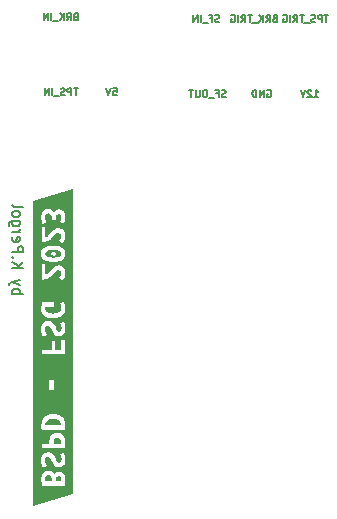
<source format=gbr>
%TF.GenerationSoftware,KiCad,Pcbnew,(6.0.8)*%
%TF.CreationDate,2023-06-01T04:31:02+02:00*%
%TF.ProjectId,BSPD-07,42535044-2d30-4372-9e6b-696361645f70,rev?*%
%TF.SameCoordinates,Original*%
%TF.FileFunction,Legend,Bot*%
%TF.FilePolarity,Positive*%
%FSLAX46Y46*%
G04 Gerber Fmt 4.6, Leading zero omitted, Abs format (unit mm)*
G04 Created by KiCad (PCBNEW (6.0.8)) date 2023-06-01 04:31:02*
%MOMM*%
%LPD*%
G01*
G04 APERTURE LIST*
%ADD10C,0.150000*%
G04 APERTURE END LIST*
D10*
X154757657Y-90025542D02*
X154671942Y-90054114D01*
X154643371Y-90082685D01*
X154614800Y-90139828D01*
X154614800Y-90225542D01*
X154643371Y-90282685D01*
X154671942Y-90311257D01*
X154729085Y-90339828D01*
X154957657Y-90339828D01*
X154957657Y-89739828D01*
X154757657Y-89739828D01*
X154700514Y-89768400D01*
X154671942Y-89796971D01*
X154643371Y-89854114D01*
X154643371Y-89911257D01*
X154671942Y-89968400D01*
X154700514Y-89996971D01*
X154757657Y-90025542D01*
X154957657Y-90025542D01*
X154014800Y-90339828D02*
X154214800Y-90054114D01*
X154357657Y-90339828D02*
X154357657Y-89739828D01*
X154129085Y-89739828D01*
X154071942Y-89768400D01*
X154043371Y-89796971D01*
X154014800Y-89854114D01*
X154014800Y-89939828D01*
X154043371Y-89996971D01*
X154071942Y-90025542D01*
X154129085Y-90054114D01*
X154357657Y-90054114D01*
X153757657Y-90339828D02*
X153757657Y-89739828D01*
X153414800Y-90339828D02*
X153671942Y-89996971D01*
X153414800Y-89739828D02*
X153757657Y-90082685D01*
X153300514Y-90396971D02*
X152843371Y-90396971D01*
X152700514Y-90339828D02*
X152700514Y-89739828D01*
X152414800Y-90339828D02*
X152414800Y-89739828D01*
X152071942Y-90339828D01*
X152071942Y-89739828D01*
X171654942Y-90152542D02*
X171569228Y-90181114D01*
X171540657Y-90209685D01*
X171512085Y-90266828D01*
X171512085Y-90352542D01*
X171540657Y-90409685D01*
X171569228Y-90438257D01*
X171626371Y-90466828D01*
X171854942Y-90466828D01*
X171854942Y-89866828D01*
X171654942Y-89866828D01*
X171597800Y-89895400D01*
X171569228Y-89923971D01*
X171540657Y-89981114D01*
X171540657Y-90038257D01*
X171569228Y-90095400D01*
X171597800Y-90123971D01*
X171654942Y-90152542D01*
X171854942Y-90152542D01*
X170912085Y-90466828D02*
X171112085Y-90181114D01*
X171254942Y-90466828D02*
X171254942Y-89866828D01*
X171026371Y-89866828D01*
X170969228Y-89895400D01*
X170940657Y-89923971D01*
X170912085Y-89981114D01*
X170912085Y-90066828D01*
X170940657Y-90123971D01*
X170969228Y-90152542D01*
X171026371Y-90181114D01*
X171254942Y-90181114D01*
X170654942Y-90466828D02*
X170654942Y-89866828D01*
X170312085Y-90466828D02*
X170569228Y-90123971D01*
X170312085Y-89866828D02*
X170654942Y-90209685D01*
X170197800Y-90523971D02*
X169740657Y-90523971D01*
X169683514Y-89866828D02*
X169340657Y-89866828D01*
X169512085Y-90466828D02*
X169512085Y-89866828D01*
X168797800Y-90466828D02*
X168997800Y-90181114D01*
X169140657Y-90466828D02*
X169140657Y-89866828D01*
X168912085Y-89866828D01*
X168854942Y-89895400D01*
X168826371Y-89923971D01*
X168797800Y-89981114D01*
X168797800Y-90066828D01*
X168826371Y-90123971D01*
X168854942Y-90152542D01*
X168912085Y-90181114D01*
X169140657Y-90181114D01*
X168540657Y-90466828D02*
X168540657Y-89866828D01*
X167940657Y-89895400D02*
X167997800Y-89866828D01*
X168083514Y-89866828D01*
X168169228Y-89895400D01*
X168226371Y-89952542D01*
X168254942Y-90009685D01*
X168283514Y-90123971D01*
X168283514Y-90209685D01*
X168254942Y-90323971D01*
X168226371Y-90381114D01*
X168169228Y-90438257D01*
X168083514Y-90466828D01*
X168026371Y-90466828D01*
X167940657Y-90438257D01*
X167912085Y-90409685D01*
X167912085Y-90209685D01*
X168026371Y-90209685D01*
X149424657Y-113460542D02*
X150324657Y-113460542D01*
X149981800Y-113460542D02*
X150024657Y-113374828D01*
X150024657Y-113203400D01*
X149981800Y-113117685D01*
X149938942Y-113074828D01*
X149853228Y-113031971D01*
X149596085Y-113031971D01*
X149510371Y-113074828D01*
X149467514Y-113117685D01*
X149424657Y-113203400D01*
X149424657Y-113374828D01*
X149467514Y-113460542D01*
X150024657Y-112731971D02*
X149424657Y-112517685D01*
X150024657Y-112303400D02*
X149424657Y-112517685D01*
X149210371Y-112603400D01*
X149167514Y-112646257D01*
X149124657Y-112731971D01*
X149424657Y-111274828D02*
X150324657Y-111274828D01*
X149424657Y-110760542D02*
X149938942Y-111146257D01*
X150324657Y-110760542D02*
X149810371Y-111274828D01*
X149510371Y-110374828D02*
X149467514Y-110331971D01*
X149424657Y-110374828D01*
X149467514Y-110417685D01*
X149510371Y-110374828D01*
X149424657Y-110374828D01*
X149424657Y-109946257D02*
X150324657Y-109946257D01*
X150324657Y-109603400D01*
X150281800Y-109517685D01*
X150238942Y-109474828D01*
X150153228Y-109431971D01*
X150024657Y-109431971D01*
X149938942Y-109474828D01*
X149896085Y-109517685D01*
X149853228Y-109603400D01*
X149853228Y-109946257D01*
X149467514Y-108703400D02*
X149424657Y-108789114D01*
X149424657Y-108960542D01*
X149467514Y-109046257D01*
X149553228Y-109089114D01*
X149896085Y-109089114D01*
X149981800Y-109046257D01*
X150024657Y-108960542D01*
X150024657Y-108789114D01*
X149981800Y-108703400D01*
X149896085Y-108660542D01*
X149810371Y-108660542D01*
X149724657Y-109089114D01*
X149424657Y-108274828D02*
X150024657Y-108274828D01*
X149853228Y-108274828D02*
X149938942Y-108231971D01*
X149981800Y-108189114D01*
X150024657Y-108103400D01*
X150024657Y-108017685D01*
X150024657Y-107331971D02*
X149296085Y-107331971D01*
X149210371Y-107374828D01*
X149167514Y-107417685D01*
X149124657Y-107503400D01*
X149124657Y-107631971D01*
X149167514Y-107717685D01*
X149467514Y-107331971D02*
X149424657Y-107417685D01*
X149424657Y-107589114D01*
X149467514Y-107674828D01*
X149510371Y-107717685D01*
X149596085Y-107760542D01*
X149853228Y-107760542D01*
X149938942Y-107717685D01*
X149981800Y-107674828D01*
X150024657Y-107589114D01*
X150024657Y-107417685D01*
X149981800Y-107331971D01*
X149424657Y-106774828D02*
X149467514Y-106860542D01*
X149510371Y-106903400D01*
X149596085Y-106946257D01*
X149853228Y-106946257D01*
X149938942Y-106903400D01*
X149981800Y-106860542D01*
X150024657Y-106774828D01*
X150024657Y-106646257D01*
X149981800Y-106560542D01*
X149938942Y-106517685D01*
X149853228Y-106474828D01*
X149596085Y-106474828D01*
X149510371Y-106517685D01*
X149467514Y-106560542D01*
X149424657Y-106646257D01*
X149424657Y-106774828D01*
X149424657Y-105960542D02*
X149467514Y-106046257D01*
X149553228Y-106089114D01*
X150324657Y-106089114D01*
X174968228Y-96816828D02*
X175311085Y-96816828D01*
X175139657Y-96816828D02*
X175139657Y-96216828D01*
X175196800Y-96302542D01*
X175253942Y-96359685D01*
X175311085Y-96388257D01*
X174739657Y-96273971D02*
X174711085Y-96245400D01*
X174653942Y-96216828D01*
X174511085Y-96216828D01*
X174453942Y-96245400D01*
X174425371Y-96273971D01*
X174396800Y-96331114D01*
X174396800Y-96388257D01*
X174425371Y-96473971D01*
X174768228Y-96816828D01*
X174396800Y-96816828D01*
X174225371Y-96216828D02*
X174025371Y-96816828D01*
X173825371Y-96216828D01*
X154957657Y-96089828D02*
X154614800Y-96089828D01*
X154786228Y-96689828D02*
X154786228Y-96089828D01*
X154414800Y-96689828D02*
X154414800Y-96089828D01*
X154186228Y-96089828D01*
X154129085Y-96118400D01*
X154100514Y-96146971D01*
X154071942Y-96204114D01*
X154071942Y-96289828D01*
X154100514Y-96346971D01*
X154129085Y-96375542D01*
X154186228Y-96404114D01*
X154414800Y-96404114D01*
X153843371Y-96661257D02*
X153757657Y-96689828D01*
X153614800Y-96689828D01*
X153557657Y-96661257D01*
X153529085Y-96632685D01*
X153500514Y-96575542D01*
X153500514Y-96518400D01*
X153529085Y-96461257D01*
X153557657Y-96432685D01*
X153614800Y-96404114D01*
X153729085Y-96375542D01*
X153786228Y-96346971D01*
X153814800Y-96318400D01*
X153843371Y-96261257D01*
X153843371Y-96204114D01*
X153814800Y-96146971D01*
X153786228Y-96118400D01*
X153729085Y-96089828D01*
X153586228Y-96089828D01*
X153500514Y-96118400D01*
X153386228Y-96746971D02*
X152929085Y-96746971D01*
X152786228Y-96689828D02*
X152786228Y-96089828D01*
X152500514Y-96689828D02*
X152500514Y-96089828D01*
X152157657Y-96689828D01*
X152157657Y-96089828D01*
X167475085Y-96788257D02*
X167389371Y-96816828D01*
X167246514Y-96816828D01*
X167189371Y-96788257D01*
X167160800Y-96759685D01*
X167132228Y-96702542D01*
X167132228Y-96645400D01*
X167160800Y-96588257D01*
X167189371Y-96559685D01*
X167246514Y-96531114D01*
X167360800Y-96502542D01*
X167417942Y-96473971D01*
X167446514Y-96445400D01*
X167475085Y-96388257D01*
X167475085Y-96331114D01*
X167446514Y-96273971D01*
X167417942Y-96245400D01*
X167360800Y-96216828D01*
X167217942Y-96216828D01*
X167132228Y-96245400D01*
X166675085Y-96502542D02*
X166875085Y-96502542D01*
X166875085Y-96816828D02*
X166875085Y-96216828D01*
X166589371Y-96216828D01*
X166503657Y-96873971D02*
X166046514Y-96873971D01*
X165789371Y-96216828D02*
X165675085Y-96216828D01*
X165617942Y-96245400D01*
X165560800Y-96302542D01*
X165532228Y-96416828D01*
X165532228Y-96616828D01*
X165560800Y-96731114D01*
X165617942Y-96788257D01*
X165675085Y-96816828D01*
X165789371Y-96816828D01*
X165846514Y-96788257D01*
X165903657Y-96731114D01*
X165932228Y-96616828D01*
X165932228Y-96416828D01*
X165903657Y-96302542D01*
X165846514Y-96245400D01*
X165789371Y-96216828D01*
X165275085Y-96216828D02*
X165275085Y-96702542D01*
X165246514Y-96759685D01*
X165217942Y-96788257D01*
X165160800Y-96816828D01*
X165046514Y-96816828D01*
X164989371Y-96788257D01*
X164960800Y-96759685D01*
X164932228Y-96702542D01*
X164932228Y-96216828D01*
X164732228Y-96216828D02*
X164389371Y-96216828D01*
X164560800Y-96816828D02*
X164560800Y-96216828D01*
X166948085Y-90438257D02*
X166862371Y-90466828D01*
X166719514Y-90466828D01*
X166662371Y-90438257D01*
X166633800Y-90409685D01*
X166605228Y-90352542D01*
X166605228Y-90295400D01*
X166633800Y-90238257D01*
X166662371Y-90209685D01*
X166719514Y-90181114D01*
X166833800Y-90152542D01*
X166890942Y-90123971D01*
X166919514Y-90095400D01*
X166948085Y-90038257D01*
X166948085Y-89981114D01*
X166919514Y-89923971D01*
X166890942Y-89895400D01*
X166833800Y-89866828D01*
X166690942Y-89866828D01*
X166605228Y-89895400D01*
X166148085Y-90152542D02*
X166348085Y-90152542D01*
X166348085Y-90466828D02*
X166348085Y-89866828D01*
X166062371Y-89866828D01*
X165976657Y-90523971D02*
X165519514Y-90523971D01*
X165376657Y-90466828D02*
X165376657Y-89866828D01*
X165090942Y-90466828D02*
X165090942Y-89866828D01*
X164748085Y-90466828D01*
X164748085Y-89866828D01*
X176172942Y-89866828D02*
X175830085Y-89866828D01*
X176001514Y-90466828D02*
X176001514Y-89866828D01*
X175630085Y-90466828D02*
X175630085Y-89866828D01*
X175401514Y-89866828D01*
X175344371Y-89895400D01*
X175315800Y-89923971D01*
X175287228Y-89981114D01*
X175287228Y-90066828D01*
X175315800Y-90123971D01*
X175344371Y-90152542D01*
X175401514Y-90181114D01*
X175630085Y-90181114D01*
X175058657Y-90438257D02*
X174972942Y-90466828D01*
X174830085Y-90466828D01*
X174772942Y-90438257D01*
X174744371Y-90409685D01*
X174715800Y-90352542D01*
X174715800Y-90295400D01*
X174744371Y-90238257D01*
X174772942Y-90209685D01*
X174830085Y-90181114D01*
X174944371Y-90152542D01*
X175001514Y-90123971D01*
X175030085Y-90095400D01*
X175058657Y-90038257D01*
X175058657Y-89981114D01*
X175030085Y-89923971D01*
X175001514Y-89895400D01*
X174944371Y-89866828D01*
X174801514Y-89866828D01*
X174715800Y-89895400D01*
X174601514Y-90523971D02*
X174144371Y-90523971D01*
X174087228Y-89866828D02*
X173744371Y-89866828D01*
X173915800Y-90466828D02*
X173915800Y-89866828D01*
X173201514Y-90466828D02*
X173401514Y-90181114D01*
X173544371Y-90466828D02*
X173544371Y-89866828D01*
X173315800Y-89866828D01*
X173258657Y-89895400D01*
X173230085Y-89923971D01*
X173201514Y-89981114D01*
X173201514Y-90066828D01*
X173230085Y-90123971D01*
X173258657Y-90152542D01*
X173315800Y-90181114D01*
X173544371Y-90181114D01*
X172944371Y-90466828D02*
X172944371Y-89866828D01*
X172344371Y-89895400D02*
X172401514Y-89866828D01*
X172487228Y-89866828D01*
X172572942Y-89895400D01*
X172630085Y-89952542D01*
X172658657Y-90009685D01*
X172687228Y-90123971D01*
X172687228Y-90209685D01*
X172658657Y-90323971D01*
X172630085Y-90381114D01*
X172572942Y-90438257D01*
X172487228Y-90466828D01*
X172430085Y-90466828D01*
X172344371Y-90438257D01*
X172315800Y-90409685D01*
X172315800Y-90209685D01*
X172430085Y-90209685D01*
X157947085Y-96089828D02*
X158232800Y-96089828D01*
X158261371Y-96375542D01*
X158232800Y-96346971D01*
X158175657Y-96318400D01*
X158032800Y-96318400D01*
X157975657Y-96346971D01*
X157947085Y-96375542D01*
X157918514Y-96432685D01*
X157918514Y-96575542D01*
X157947085Y-96632685D01*
X157975657Y-96661257D01*
X158032800Y-96689828D01*
X158175657Y-96689828D01*
X158232800Y-96661257D01*
X158261371Y-96632685D01*
X157747085Y-96089828D02*
X157547085Y-96689828D01*
X157347085Y-96089828D01*
X170989942Y-96245400D02*
X171047085Y-96216828D01*
X171132800Y-96216828D01*
X171218514Y-96245400D01*
X171275657Y-96302542D01*
X171304228Y-96359685D01*
X171332800Y-96473971D01*
X171332800Y-96559685D01*
X171304228Y-96673971D01*
X171275657Y-96731114D01*
X171218514Y-96788257D01*
X171132800Y-96816828D01*
X171075657Y-96816828D01*
X170989942Y-96788257D01*
X170961371Y-96759685D01*
X170961371Y-96559685D01*
X171075657Y-96559685D01*
X170704228Y-96816828D02*
X170704228Y-96216828D01*
X170361371Y-96816828D01*
X170361371Y-96216828D01*
X170075657Y-96816828D02*
X170075657Y-96216828D01*
X169932800Y-96216828D01*
X169847085Y-96245400D01*
X169789942Y-96302542D01*
X169761371Y-96359685D01*
X169732800Y-96473971D01*
X169732800Y-96559685D01*
X169761371Y-96673971D01*
X169789942Y-96731114D01*
X169847085Y-96788257D01*
X169932800Y-96816828D01*
X170075657Y-96816828D01*
%TO.C,kibuzzard-6475F124*%
G36*
X153375497Y-125672453D02*
G01*
X153471938Y-125742700D01*
X153525516Y-125851841D01*
X153543375Y-125991938D01*
X153541788Y-126088775D01*
X153533850Y-126185613D01*
X152898850Y-126185613D01*
X152898850Y-126026863D01*
X152917503Y-125862556D01*
X152973463Y-125744288D01*
X153074666Y-125672850D01*
X153229050Y-125649038D01*
X153375497Y-125672453D01*
G37*
G36*
X152694063Y-128908175D02*
G01*
X152755975Y-129151063D01*
X152755975Y-129360613D01*
X152222575Y-129360613D01*
X152213050Y-129270125D01*
X152209875Y-129173288D01*
X152220988Y-129043113D01*
X152262262Y-128930400D01*
X152347988Y-128849438D01*
X152489275Y-128817688D01*
X152694063Y-128908175D01*
G37*
G36*
X153437013Y-128928813D02*
G01*
X153503688Y-128989138D01*
X153535438Y-129078038D01*
X153543375Y-129182813D01*
X153540200Y-129274888D01*
X153530675Y-129360613D01*
X153079825Y-129360613D01*
X153079825Y-129208213D01*
X153144913Y-128982788D01*
X153324300Y-128906587D01*
X153437013Y-128928813D01*
G37*
G36*
X153127450Y-124074238D02*
G01*
X153340175Y-124140913D01*
X153487813Y-124271088D01*
X153543375Y-124483813D01*
X153541788Y-124540963D01*
X153533850Y-124598113D01*
X152213050Y-124598113D01*
X152209875Y-124563188D01*
X152209875Y-124528263D01*
X152260675Y-124304425D01*
X152400375Y-124158375D01*
X152611513Y-124079000D01*
X152739703Y-124061141D01*
X152879800Y-124055188D01*
X153127450Y-124074238D01*
G37*
G36*
X154566783Y-104592014D02*
G01*
X154566783Y-130412596D01*
X151192817Y-131424786D01*
X151192817Y-129205038D01*
X151870150Y-129205038D01*
X151873722Y-129337594D01*
X151884438Y-129474913D01*
X151902297Y-129613819D01*
X151927300Y-129751138D01*
X153835475Y-129751138D01*
X153868813Y-129506663D01*
X153883100Y-129243138D01*
X153871591Y-129041525D01*
X153837063Y-128881188D01*
X153716413Y-128662113D01*
X153549725Y-128554163D01*
X153365575Y-128525588D01*
X153233813Y-128542653D01*
X153117925Y-128593850D01*
X152946475Y-128776413D01*
X152860750Y-128608534D01*
X152749625Y-128504950D01*
X152622625Y-128451372D01*
X152489275Y-128433513D01*
X152326159Y-128448594D01*
X152192413Y-128493838D01*
X152001913Y-128657350D01*
X151940794Y-128770063D01*
X151900313Y-128901825D01*
X151877691Y-129048272D01*
X151870150Y-129205038D01*
X151192817Y-129205038D01*
X151192817Y-127598488D01*
X151854275Y-127598488D01*
X151867372Y-127818356D01*
X151906663Y-127989013D01*
X152003500Y-128208088D01*
X152321000Y-128093788D01*
X152225750Y-127889000D01*
X152192413Y-127756841D01*
X152181300Y-127598488D01*
X152201938Y-127434975D01*
X152259088Y-127331788D01*
X152341638Y-127279400D01*
X152435300Y-127265113D01*
X152543250Y-127300038D01*
X152627388Y-127388938D01*
X152694063Y-127509587D01*
X152749625Y-127642938D01*
X152822650Y-127827088D01*
X152927425Y-128000125D01*
X153084588Y-128128713D01*
X153317950Y-128179513D01*
X153564013Y-128134666D01*
X153749750Y-128000125D01*
X153836181Y-127865540D01*
X153888039Y-127700969D01*
X153905325Y-127506413D01*
X153895006Y-127336947D01*
X153864050Y-127190500D01*
X153771975Y-126963488D01*
X153470350Y-127077788D01*
X153546550Y-127254000D01*
X153578300Y-127477838D01*
X153553253Y-127650699D01*
X153478111Y-127754415D01*
X153352875Y-127788988D01*
X153252863Y-127757238D01*
X153176663Y-127676275D01*
X153117925Y-127565150D01*
X153070300Y-127442913D01*
X152992513Y-127250825D01*
X152878213Y-127066675D01*
X152700413Y-126928563D01*
X152580159Y-126888081D01*
X152432125Y-126874588D01*
X152187253Y-126919434D01*
X152005088Y-127053975D01*
X151921303Y-127194204D01*
X151871032Y-127375708D01*
X151854275Y-127598488D01*
X151192817Y-127598488D01*
X151192817Y-126576138D01*
X151895550Y-126576138D01*
X153835475Y-126576138D01*
X153857700Y-126447550D01*
X153871988Y-126303088D01*
X153879925Y-126160213D01*
X153883100Y-126036388D01*
X153865990Y-125805318D01*
X153814661Y-125611643D01*
X153729113Y-125455363D01*
X153604758Y-125340710D01*
X153437013Y-125271918D01*
X153225875Y-125248988D01*
X153012621Y-125272094D01*
X152842758Y-125341415D01*
X152716288Y-125456950D01*
X152628975Y-125614818D01*
X152576588Y-125811139D01*
X152559125Y-126045913D01*
X152559125Y-126185613D01*
X151895550Y-126185613D01*
X151895550Y-126576138D01*
X151192817Y-126576138D01*
X151192817Y-124569538D01*
X151870150Y-124569538D01*
X151881263Y-124774325D01*
X151917775Y-124988638D01*
X153835475Y-124988638D01*
X153873575Y-124737813D01*
X153883100Y-124518738D01*
X153868813Y-124333397D01*
X153825950Y-124164725D01*
X153752528Y-124016691D01*
X153646563Y-123893263D01*
X153507656Y-123794441D01*
X153335413Y-123720225D01*
X153127053Y-123673791D01*
X152879800Y-123658313D01*
X152626991Y-123675378D01*
X152414663Y-123726575D01*
X152240434Y-123807934D01*
X152101925Y-123915488D01*
X151997547Y-124047647D01*
X151925713Y-124202825D01*
X151884041Y-124377847D01*
X151870150Y-124569538D01*
X151192817Y-124569538D01*
X151192817Y-121626313D01*
X152517850Y-121626313D01*
X152902025Y-121626313D01*
X152902025Y-120756363D01*
X152517850Y-120756363D01*
X152517850Y-121626313D01*
X151192817Y-121626313D01*
X151192817Y-118610063D01*
X151895550Y-118610063D01*
X153860875Y-118610063D01*
X153860875Y-117406737D01*
X153537025Y-117406737D01*
X153537025Y-118219538D01*
X153060775Y-118219538D01*
X153060775Y-117508337D01*
X152736925Y-117508337D01*
X152736925Y-118219538D01*
X151895550Y-118219538D01*
X151895550Y-118610063D01*
X151192817Y-118610063D01*
X151192817Y-116485988D01*
X151854275Y-116485988D01*
X151867372Y-116705856D01*
X151906663Y-116876513D01*
X152003500Y-117095588D01*
X152321000Y-116981288D01*
X152225750Y-116776500D01*
X152192413Y-116644341D01*
X152181300Y-116485988D01*
X152201938Y-116322475D01*
X152259088Y-116219287D01*
X152341638Y-116166900D01*
X152435300Y-116152613D01*
X152543250Y-116187538D01*
X152627388Y-116276438D01*
X152694063Y-116397088D01*
X152749625Y-116530438D01*
X152822650Y-116714587D01*
X152927425Y-116887625D01*
X153084588Y-117016212D01*
X153317950Y-117067013D01*
X153564013Y-117022166D01*
X153749750Y-116887625D01*
X153836181Y-116753040D01*
X153888039Y-116588469D01*
X153905325Y-116393913D01*
X153895006Y-116224447D01*
X153864050Y-116078000D01*
X153771975Y-115850988D01*
X153470350Y-115965287D01*
X153546550Y-116141500D01*
X153578300Y-116365337D01*
X153553253Y-116538199D01*
X153478111Y-116641915D01*
X153352875Y-116676488D01*
X153252863Y-116644738D01*
X153176663Y-116563775D01*
X153117925Y-116452650D01*
X153070300Y-116330413D01*
X152992513Y-116138325D01*
X152878213Y-115954175D01*
X152700413Y-115816062D01*
X152580159Y-115775581D01*
X152432125Y-115762087D01*
X152187253Y-115806934D01*
X152005088Y-115941475D01*
X151921303Y-116081704D01*
X151871032Y-116263208D01*
X151854275Y-116485988D01*
X151192817Y-116485988D01*
X151192817Y-114746088D01*
X151854275Y-114746088D01*
X151870547Y-114921109D01*
X151919363Y-115077875D01*
X152000325Y-115214797D01*
X152113038Y-115330287D01*
X152257500Y-115423156D01*
X152433713Y-115492213D01*
X152641278Y-115535075D01*
X152879800Y-115549363D01*
X153115941Y-115532694D01*
X153322713Y-115482687D01*
X153499322Y-115404106D01*
X153644975Y-115301713D01*
X153758878Y-115177094D01*
X153840238Y-115031837D01*
X153889053Y-114870706D01*
X153905325Y-114698463D01*
X153887863Y-114493675D01*
X153848175Y-114336512D01*
X153800550Y-114226975D01*
X153762450Y-114161888D01*
X153451300Y-114263488D01*
X153530675Y-114434937D01*
X153565600Y-114644488D01*
X153514800Y-114879437D01*
X153373513Y-115036600D01*
X153157613Y-115125500D01*
X153025453Y-115145741D01*
X152879800Y-115152488D01*
X152665488Y-115140140D01*
X152492450Y-115103099D01*
X152360687Y-115041363D01*
X152235672Y-114904044D01*
X152194000Y-114714338D01*
X152197175Y-114638137D01*
X152206700Y-114561938D01*
X152924250Y-114561938D01*
X152924250Y-114171413D01*
X151943175Y-114171413D01*
X151886025Y-114388900D01*
X151862212Y-114552016D01*
X151854275Y-114746088D01*
X151192817Y-114746088D01*
X151192817Y-112275937D01*
X151895550Y-112275937D01*
X151974925Y-112283875D01*
X152041600Y-112282288D01*
X152194000Y-112267603D01*
X152333700Y-112223550D01*
X152461891Y-112156875D01*
X152579763Y-112074325D01*
X152688506Y-111980663D01*
X152789313Y-111880650D01*
X152884166Y-111780638D01*
X152975050Y-111686975D01*
X153146500Y-111537750D01*
X153314775Y-111479013D01*
X153500513Y-111552037D01*
X153565600Y-111736187D01*
X153521150Y-111929862D01*
X153371925Y-112129887D01*
X153644975Y-112323562D01*
X153760863Y-112186641D01*
X153841825Y-112029875D01*
X153889450Y-111863584D01*
X153905325Y-111698088D01*
X153870400Y-111466312D01*
X153765625Y-111269462D01*
X153589413Y-111132937D01*
X153343350Y-111082138D01*
X153148088Y-111120238D01*
X152965525Y-111221837D01*
X152794075Y-111364713D01*
X152635325Y-111526637D01*
X152544838Y-111621887D01*
X152436888Y-111723487D01*
X152324175Y-111804450D01*
X152219400Y-111837787D01*
X152219400Y-110993238D01*
X151895550Y-110993238D01*
X151895550Y-112275937D01*
X151192817Y-112275937D01*
X151192817Y-110078838D01*
X151854275Y-110078838D01*
X151882497Y-110283449D01*
X151967164Y-110452782D01*
X152108275Y-110586838D01*
X152251944Y-110663236D01*
X152428950Y-110717806D01*
X152639294Y-110750548D01*
X152882975Y-110761462D01*
X153123878Y-110750350D01*
X153332238Y-110717013D01*
X153508053Y-110661450D01*
X153651325Y-110583663D01*
X153792436Y-110448549D01*
X153877103Y-110280274D01*
X153905325Y-110078838D01*
X153877279Y-109874226D01*
X153793142Y-109704893D01*
X153652913Y-109570837D01*
X153510137Y-109494439D01*
X153334222Y-109439869D01*
X153125168Y-109407127D01*
X152882975Y-109396212D01*
X152639294Y-109407127D01*
X152428950Y-109439869D01*
X152251944Y-109494439D01*
X152108275Y-109570837D01*
X151967164Y-109704893D01*
X151882497Y-109874226D01*
X151854275Y-110078838D01*
X151192817Y-110078838D01*
X151192817Y-109100937D01*
X151895550Y-109100937D01*
X151974925Y-109108875D01*
X152041600Y-109107288D01*
X152194000Y-109092603D01*
X152333700Y-109048550D01*
X152461891Y-108981875D01*
X152579763Y-108899325D01*
X152688506Y-108805662D01*
X152789313Y-108705650D01*
X152884166Y-108605637D01*
X152975050Y-108511975D01*
X153146500Y-108362750D01*
X153314775Y-108304012D01*
X153500513Y-108377037D01*
X153565600Y-108561187D01*
X153521150Y-108754862D01*
X153371925Y-108954887D01*
X153644975Y-109148562D01*
X153760863Y-109011641D01*
X153841825Y-108854875D01*
X153889450Y-108688584D01*
X153905325Y-108523087D01*
X153870400Y-108291312D01*
X153765625Y-108094462D01*
X153589413Y-107957937D01*
X153343350Y-107907138D01*
X153148088Y-107945238D01*
X152965525Y-108046837D01*
X152794075Y-108189712D01*
X152635325Y-108351637D01*
X152544838Y-108446887D01*
X152436888Y-108548487D01*
X152324175Y-108629450D01*
X152219400Y-108662787D01*
X152219400Y-107818237D01*
X151895550Y-107818237D01*
X151895550Y-109100937D01*
X151192817Y-109100937D01*
X151192817Y-107021312D01*
X151854275Y-107021312D01*
X151865388Y-107175300D01*
X151892375Y-107330875D01*
X151927300Y-107468987D01*
X151962225Y-107567412D01*
X152289250Y-107491212D01*
X152222575Y-107302300D01*
X152196381Y-107174903D01*
X152187650Y-107024488D01*
X152209081Y-106854228D01*
X152273375Y-106743500D01*
X152486100Y-106662537D01*
X152618259Y-106693494D01*
X152703588Y-106786362D01*
X152750022Y-106926856D01*
X152765500Y-107100687D01*
X152765500Y-107221337D01*
X153089350Y-107221337D01*
X153089350Y-107075287D01*
X153102050Y-106954637D01*
X153143325Y-106846688D01*
X153219525Y-106768900D01*
X153340175Y-106738738D01*
X153510038Y-106803825D01*
X153571950Y-106983212D01*
X153535438Y-107203875D01*
X153444950Y-107392787D01*
X153730700Y-107532488D01*
X153846588Y-107305475D01*
X153890641Y-107155059D01*
X153905325Y-106986387D01*
X153895006Y-106832003D01*
X153864050Y-106699050D01*
X153748163Y-106497437D01*
X153571950Y-106379962D01*
X153352875Y-106341863D01*
X153127450Y-106408537D01*
X152962350Y-106586337D01*
X152883769Y-106451003D01*
X152775025Y-106349800D01*
X152639294Y-106286697D01*
X152479750Y-106265662D01*
X152228925Y-106310112D01*
X152030488Y-106446638D01*
X151955875Y-106551413D01*
X151900313Y-106681587D01*
X151865784Y-106837956D01*
X151854275Y-107021312D01*
X151192817Y-107021312D01*
X151192817Y-105604204D01*
X154566783Y-104592014D01*
G37*
G36*
X152367038Y-109832775D02*
G01*
X152502681Y-109786032D01*
X152674660Y-109757986D01*
X152882975Y-109748637D01*
X153089526Y-109757986D01*
X153260447Y-109786032D01*
X153395738Y-109832775D01*
X153527897Y-109936359D01*
X153571950Y-110078838D01*
X153527897Y-110219331D01*
X153395738Y-110323313D01*
X153260447Y-110370938D01*
X153089526Y-110399513D01*
X152882975Y-110409038D01*
X152674660Y-110399513D01*
X152502681Y-110370938D01*
X152367038Y-110323313D01*
X152234878Y-110219331D01*
X152190825Y-110078838D01*
X152191807Y-110075662D01*
X152705175Y-110075662D01*
X152767088Y-110205838D01*
X152914725Y-110253462D01*
X153063950Y-110205838D01*
X153127450Y-110075662D01*
X153063950Y-109950250D01*
X152914725Y-109901038D01*
X152767088Y-109950250D01*
X152705175Y-110075662D01*
X152191807Y-110075662D01*
X152234878Y-109936359D01*
X152367038Y-109832775D01*
G37*
%TD*%
M02*

</source>
